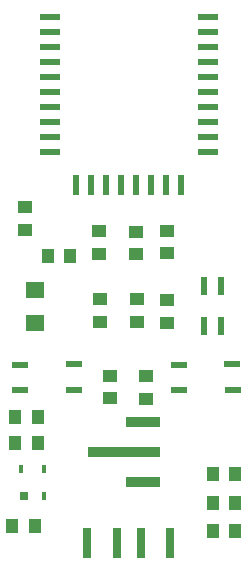
<source format=gbr>
G04 DipTrace 3.2.0.1*
G04 TopPaste.gbr*
%MOIN*%
G04 #@! TF.FileFunction,Paste,Top*
G04 #@! TF.Part,Single*
%AMOUTLINE2*
4,1,4,
-0.025668,0.009638,
0.025511,0.010047,
0.025668,-0.009638,
-0.025511,-0.010047,
-0.025668,0.009638,
0*%
%ADD55R,0.031496X0.098425*%
%ADD59R,0.015748X0.031496*%
%ADD61R,0.031496X0.031496*%
%ADD63R,0.116929X0.032283*%
%ADD65R,0.241732X0.032283*%
%ADD71R,0.023622X0.066929*%
%ADD73R,0.066929X0.023622*%
%ADD75R,0.023622X0.062992*%
%ADD77R,0.062992X0.055118*%
%ADD89R,0.043307X0.051181*%
%ADD91R,0.051181X0.043307*%
%ADD97OUTLINE2*%
%FSLAX26Y26*%
G04*
G70*
G90*
G75*
G01*
G04 TopPaste*
%LPD*%
D91*
X-330407Y-512369D3*
Y-437566D3*
X143945Y-591339D3*
Y-516535D3*
X38976Y-593701D3*
Y-518898D3*
D89*
X-253937Y-601181D3*
X-179134D3*
D91*
X72835Y-1075197D3*
Y-1000394D3*
D89*
X-362409Y-1135353D3*
X-287606D3*
X-362455Y-1221602D3*
X-287652D3*
X296732Y-1325835D3*
X371535D3*
X296732Y-1516535D3*
X371535D3*
X296732Y-1422047D3*
X371535D3*
X-296738Y-1501042D3*
X-371541D3*
D77*
X-295276Y-822835D3*
Y-712598D3*
D91*
X-82283Y-591732D3*
Y-516929D3*
X-79528Y-818504D3*
Y-743701D3*
X42126Y-818898D3*
Y-744094D3*
X143937Y-822441D3*
Y-747638D3*
X-46457Y-1074016D3*
Y-999213D3*
D75*
X324803Y-834646D3*
Y-700787D3*
X265748Y-834646D3*
Y-700787D3*
D73*
X-247244Y-251969D3*
Y-201969D3*
Y-151969D3*
Y-101969D3*
Y-51969D3*
Y-1969D3*
Y48031D3*
Y98031D3*
Y148031D3*
Y198031D3*
X280315Y-251969D3*
Y-201969D3*
Y-151969D3*
Y-101969D3*
Y-51969D3*
Y-1969D3*
Y48031D3*
Y98031D3*
Y148031D3*
Y198031D3*
D71*
X-8465Y-362205D3*
X41535D3*
X-58465D3*
X91535D3*
X-108465D3*
X141535D3*
X-158465D3*
X191535D3*
D97*
X-345808Y-962333D3*
X-345131Y-1046976D3*
X-166680Y-960899D3*
X-166003Y-1045542D3*
X182538Y-962333D3*
X183215Y-1046976D3*
X361667Y-960899D3*
X362344Y-1045542D3*
D65*
X0Y-1254474D3*
D63*
X62402Y-1154474D3*
Y-1354474D3*
D61*
X-333762Y-1401325D3*
D59*
X-266833D3*
Y-1310774D3*
X-341636D3*
D55*
X-121260Y-1555118D3*
X-22835D3*
X55906D3*
X154331D3*
M02*

</source>
